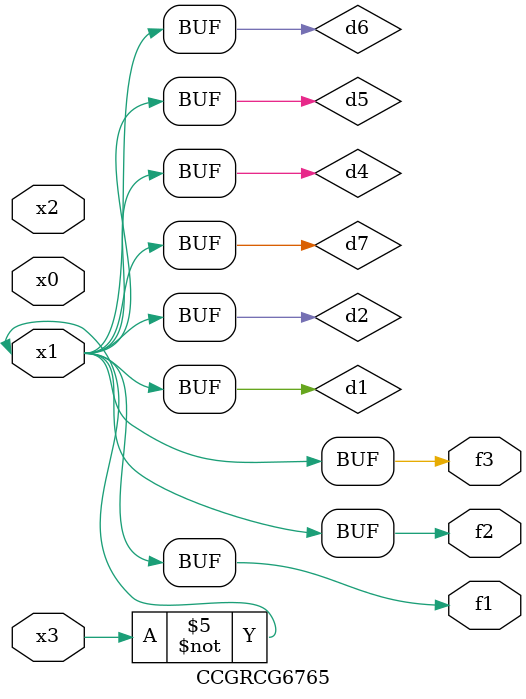
<source format=v>
module CCGRCG6765(
	input x0, x1, x2, x3,
	output f1, f2, f3
);

	wire d1, d2, d3, d4, d5, d6, d7;

	not (d1, x3);
	buf (d2, x1);
	xnor (d3, d1, d2);
	nor (d4, d1);
	buf (d5, d1, d2);
	buf (d6, d4, d5);
	nand (d7, d4);
	assign f1 = d6;
	assign f2 = d7;
	assign f3 = d6;
endmodule

</source>
